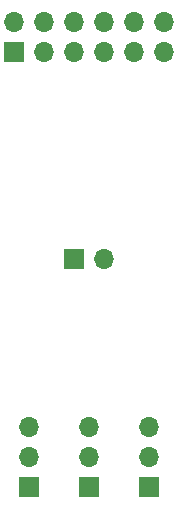
<source format=gbs>
G04 #@! TF.GenerationSoftware,KiCad,Pcbnew,6.0.9-8da3e8f707~116~ubuntu20.04.1*
G04 #@! TF.CreationDate,2023-03-04T01:14:13+01:00*
G04 #@! TF.ProjectId,dac_adc_pmod,6461635f-6164-4635-9f70-6d6f642e6b69,rev?*
G04 #@! TF.SameCoordinates,Original*
G04 #@! TF.FileFunction,Soldermask,Bot*
G04 #@! TF.FilePolarity,Negative*
%FSLAX46Y46*%
G04 Gerber Fmt 4.6, Leading zero omitted, Abs format (unit mm)*
G04 Created by KiCad (PCBNEW 6.0.9-8da3e8f707~116~ubuntu20.04.1) date 2023-03-04 01:14:13*
%MOMM*%
%LPD*%
G01*
G04 APERTURE LIST*
%ADD10R,1.700000X1.700000*%
%ADD11O,1.700000X1.700000*%
G04 APERTURE END LIST*
D10*
X90170000Y-82535000D03*
D11*
X90170000Y-79995000D03*
X90170000Y-77455000D03*
D10*
X80010000Y-82550000D03*
D11*
X80010000Y-80010000D03*
X80010000Y-77470000D03*
D10*
X78740000Y-45720000D03*
D11*
X78740000Y-43180000D03*
X81280000Y-45720000D03*
X81280000Y-43180000D03*
X83820000Y-45720000D03*
X83820000Y-43180000D03*
X86360000Y-45720000D03*
X86360000Y-43180000D03*
X88900000Y-45720000D03*
X88900000Y-43180000D03*
X91440000Y-45720000D03*
X91440000Y-43180000D03*
D10*
X85090000Y-82535000D03*
D11*
X85090000Y-79995000D03*
X85090000Y-77455000D03*
D10*
X83820000Y-63246000D03*
D11*
X86360000Y-63246000D03*
M02*

</source>
